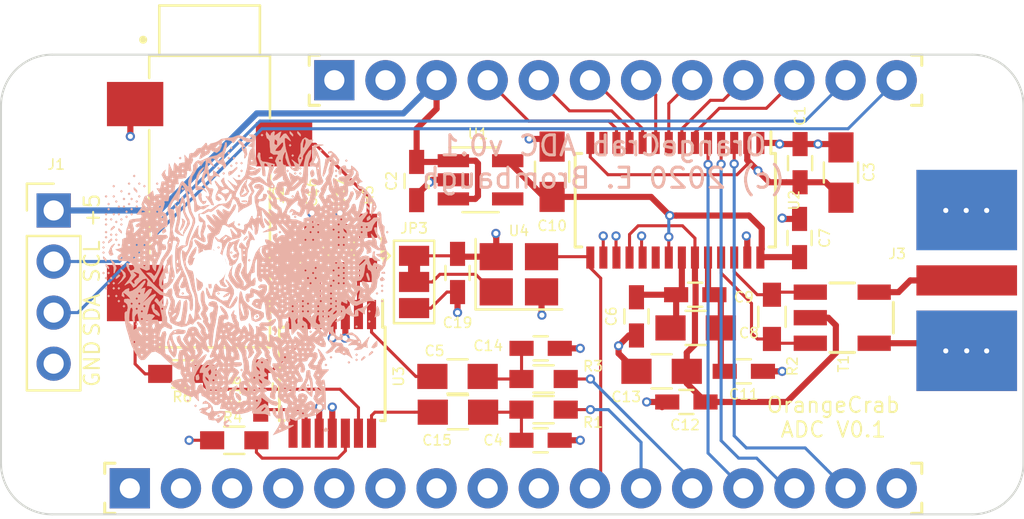
<source format=kicad_pcb>
(kicad_pcb (version 20171130) (host pcbnew 5.1.5-1.fc30)
  (layers (0 F.Cu signal) (1 In1.Cu signal) (2 In2.Cu signal) (31 B.Cu signal) (34 B.Paste user) (35 F.Paste user) (36 B.SilkS user hide) (37 F.SilkS user) (38 B.Mask user) (39 F.Mask user) (44 Edge.Cuts user))
  (net 0 "")
  (net 1 GND)
  (net 2 +3V3)
  (net 3 /VUSB)
  (net 4 "Net-(C4-Pad2)")
  (net 5 "Net-(C5-Pad1)")
  (net 6 "Net-(C6-Pad2)")
  (net 7 "Net-(C11-Pad2)")
  (net 8 "Net-(C12-Pad2)")
  (net 9 /SDA)
  (net 10 "Net-(J3-Pad1)")
  (net 11 /D5)
  (net 12 /D6)
  (net 13 /D9)
  (net 14 /D12)
  (net 15 /D11)
  (net 16 /D10)
  (net 17 /D13)
  (net 18 /EN)
  (net 19 /VBAT)
  (net 20 /A1)
  (net 21 /A0)
  (net 22 /A2)
  (net 23 /A3)
  (net 24 /A4)
  (net 25 /MOSI)
  (net 26 /SCK)
  (net 27 /A5)
  (net 28 /MISO)
  (net 29 /D0)
  (net 30 /D1)
  (net 31 /AREF)
  (net 32 /~RESET)
  (net 33 "Net-(R2-Pad2)")
  (net 34 "Net-(U1-Pad4)")
  (net 35 "Net-(U2-Pad20)")
  (net 36 "Net-(U2-Pad13)")
  (net 37 "Net-(R2-Pad1)")
  (net 38 "Net-(C14-Pad1)")
  (net 39 "Net-(C15-Pad2)")
  (net 40 "Net-(C16-Pad1)")
  (net 41 "Net-(C18-Pad2)")
  (net 42 "Net-(C18-Pad1)")
  (net 43 "Net-(J2-Pad2)")
  (net 44 "Net-(J2-Pad3)")
  (net 45 "Net-(R4-Pad1)")
  (net 46 "Net-(R5-Pad2)")
  (net 47 "Net-(R6-Pad2)")
  (net 48 "Net-(U3-Pad8)")
  (net 49 "Net-(U3-Pad7)")
  (net 50 "Net-(JP3-Pad2)")
  (net 51 /SCL)
  (net 52 /+3.3VA)
  (module footprints:ea (layer B.Cu) (at 190.881 64.643)
    (fp_text reference G*** hide)
    (fp_text value LOGO hide)
  )
  (module TO_SOT_Packages_SMD:SOT-23-5_HandSoldering (layer F.Cu) (at 201.549 59.563)
    (fp_text reference U1 (at -0.127 -2.286) (layer F.SilkS) (effects (font (size 0.508 0.508) (thickness 0.0762))))
    (fp_text value MCP1802)
    (pad 5 smd rect (at 1.35 -0.95) (size 1.56 0.65) (layers F.Cu F.Paste F.Mask) (net 52 /+3.3VA))
    (pad 4 smd rect (at 1.35 0.95) (size 1.56 0.65) (layers F.Cu F.Paste F.Mask) (net 34 "Net-(U1-Pad4)"))
    (pad 3 smd rect (at -1.35 0.95) (size 1.56 0.65) (layers F.Cu F.Paste F.Mask) (net 3 /VUSB))
    (pad 2 smd rect (at -1.35 0) (size 1.56 0.65) (layers F.Cu F.Paste F.Mask) (net 1 GND))
    (pad 1 smd rect (at -1.35 -0.95) (size 1.56 0.65) (layers F.Cu F.Paste F.Mask) (net 3 /VUSB))
  )
  (module Capacitors_SMD:C_0805_HandSoldering (layer F.Cu) (at 205.105 59.162 270)
    (fp_text reference C10 (at 2.687 0 180) (layer F.SilkS) (effects (font (size 0.508 0.508) (thickness 0.0762))))
    (fp_text value 10uf)
    (pad 2 smd rect (at 1.25 0 270) (size 1.5 1.25) (layers F.Cu F.Paste F.Mask) (net 52 /+3.3VA))
    (pad 1 smd rect (at -1.25 0 270) (size 1.5 1.25) (layers F.Cu F.Paste F.Mask) (net 1 GND))
  )
  (module Capacitors_SMD:C_0603_HandSoldering (layer F.Cu) (at 198.374 59.624 90)
    (fp_text reference C2 (at 0 -1.25 90) (layer F.SilkS) (effects (font (size 0.508 0.508) (thickness 0.0762))))
    (fp_text value 1uf)
    (pad 1 smd rect (at -0.95 0 90) (size 1.2 0.75) (layers F.Cu F.Paste F.Mask) (net 1 GND))
    (pad 2 smd rect (at 0.95 0 90) (size 1.2 0.75) (layers F.Cu F.Paste F.Mask) (net 3 /VUSB))
  )
  (module Capacitors_SMD:C_0805_HandSoldering (layer F.Cu) (at 200.426 71.12)
    (fp_text reference C5 (at -1.163 -3.048) (layer F.SilkS) (effects (font (size 0.508 0.508) (thickness 0.0762))))
    (fp_text value 10uf)
    (pad 1 smd rect (at -1.25 0) (size 1.5 1.25) (layers F.Cu F.Paste F.Mask) (net 5 "Net-(C5-Pad1)"))
    (pad 2 smd rect (at 1.25 0) (size 1.5 1.25) (layers F.Cu F.Paste F.Mask) (net 4 "Net-(C4-Pad2)"))
  )
  (module Capacitors_SMD:C_0603_HandSoldering (layer F.Cu) (at 204.531 72.517 180)
    (fp_text reference C4 (at 2.347 0) (layer F.SilkS) (effects (font (size 0.508 0.508) (thickness 0.0762))))
    (fp_text value 0.1uf)
    (pad 2 smd rect (at 0.95 0 180) (size 1.2 0.75) (layers F.Cu F.Paste F.Mask) (net 4 "Net-(C4-Pad2)"))
    (pad 1 smd rect (at -0.95 0 180) (size 1.2 0.75) (layers F.Cu F.Paste F.Mask) (net 1 GND))
  )
  (module Capacitors_SMD:C_0805_HandSoldering (layer F.Cu) (at 200.406 69.342 180)
    (fp_text reference C15 (at 1.016 -3.175) (layer F.SilkS) (effects (font (size 0.508 0.508) (thickness 0.0762))))
    (fp_text value 10uf)
    (pad 2 smd rect (at 1.25 0 180) (size 1.5 1.25) (layers F.Cu F.Paste F.Mask) (net 39 "Net-(C15-Pad2)"))
    (pad 1 smd rect (at -1.25 0 180) (size 1.5 1.25) (layers F.Cu F.Paste F.Mask) (net 38 "Net-(C14-Pad1)"))
  )
  (module Capacitors_SMD:C_0603_HandSoldering (layer F.Cu) (at 204.536 67.945)
    (fp_text reference C14 (at -2.606 -0.127) (layer F.SilkS) (effects (font (size 0.508 0.508) (thickness 0.0762))))
    (fp_text value 0.1uf)
    (pad 1 smd rect (at -0.95 0) (size 1.2 0.75) (layers F.Cu F.Paste F.Mask) (net 38 "Net-(C14-Pad1)"))
    (pad 2 smd rect (at 0.95 0) (size 1.2 0.75) (layers F.Cu F.Paste F.Mask) (net 1 GND))
  )
  (module Resistors_SMD:R_0603_HandSoldering (layer F.Cu) (at 204.681 69.469)
    (fp_text reference R3 (at 2.456 -0.635) (layer F.SilkS) (effects (font (size 0.508 0.508) (thickness 0.0762))))
    (fp_text value 100)
    (pad 2 smd rect (at 1.1 0) (size 1.2 0.9) (layers F.Cu F.Paste F.Mask) (net 25 /MOSI))
    (pad 1 smd rect (at -1.1 0) (size 1.2 0.9) (layers F.Cu F.Paste F.Mask) (net 38 "Net-(C14-Pad1)"))
  )
  (module Resistors_SMD:R_0603_HandSoldering (layer F.Cu) (at 204.681 70.993)
    (fp_text reference R1 (at 2.456 0.635) (layer F.SilkS) (effects (font (size 0.508 0.508) (thickness 0.0762))))
    (fp_text value 100)
    (pad 2 smd rect (at 1.1 0) (size 1.2 0.9) (layers F.Cu F.Paste F.Mask) (net 26 /SCK))
    (pad 1 smd rect (at -1.1 0) (size 1.2 0.9) (layers F.Cu F.Paste F.Mask) (net 4 "Net-(C4-Pad2)"))
  )
  (module CUI_SJ-3523-SMT-TR (layer F.Cu) (at 188.087 56.896 270)
    (fp_text reference J2 (at 3.429 -3.429 90) (layer F.SilkS) (effects (font (size 0.508 0.508) (thickness 0.0762))))
    (fp_text value SJ-3523-SMT-TR)
    (pad None np_thru_hole circle (at 0 0 270) (size 1.7 1.7) (drill 1.7) (layers *.Cu *.Mask))
    (pad 3 smd rect (at 0.9 -3.7 270) (size 2.2 2.8) (layers F.Cu F.Paste F.Mask) (net 44 "Net-(J2-Pad3)"))
    (pad 1 smd rect (at -1.1 3.7 270) (size 2.2 2.8) (layers F.Cu F.Paste F.Mask) (net 1 GND))
    (pad 2 smd rect (at 8.3 3.7 270) (size 2.8 2.8) (layers F.Cu F.Paste F.Mask) (net 43 "Net-(J2-Pad2)"))
    (pad None np_thru_hole circle (at 7 0 270) (size 1.7 1.7) (drill 1.7) (layers *.Cu *.Mask))
  )
  (module Capacitors_SMD:C_0603_HandSoldering (layer F.Cu) (at 209.296 66.355 90)
    (fp_text reference C6 (at 0 -1.25 90) (layer F.SilkS) (effects (font (size 0.508 0.508) (thickness 0.0762))))
    (fp_text value 0.1uf)
    (pad 2 smd rect (at 0.95 0 90) (size 1.2 0.75) (layers F.Cu F.Paste F.Mask) (net 6 "Net-(C6-Pad2)"))
    (pad 1 smd rect (at -0.95 0 90) (size 1.2 0.75) (layers F.Cu F.Paste F.Mask) (net 1 GND))
  )
  (module Capacitors_SMD:C_0603_HandSoldering (layer F.Cu) (at 217.424 58.735 270)
    (fp_text reference C1 (at -2.347 0 90) (layer F.SilkS) (effects (font (size 0.508 0.508) (thickness 0.0762))))
    (fp_text value 0.1uf)
    (pad 1 smd rect (at -0.95 0 270) (size 1.2 0.75) (layers F.Cu F.Paste F.Mask) (net 1 GND))
    (pad 2 smd rect (at 0.95 0 270) (size 1.2 0.75) (layers F.Cu F.Paste F.Mask) (net 2 +3V3))
  )
  (module Capacitors_SMD:C_0805_HandSoldering (layer F.Cu) (at 219.456 59.202 270)
    (fp_text reference C3 (at -0.02 -1.397 90) (layer F.SilkS) (effects (font (size 0.508 0.508) (thickness 0.0762))))
    (fp_text value 10uf)
    (pad 2 smd rect (at 1.25 0 270) (size 1.5 1.25) (layers F.Cu F.Paste F.Mask) (net 2 +3V3))
    (pad 1 smd rect (at -1.25 0 270) (size 1.5 1.25) (layers F.Cu F.Paste F.Mask) (net 1 GND))
  )
  (module Capacitors_SMD:C_0603_HandSoldering (layer F.Cu) (at 217.3986 62.4586 270)
    (fp_text reference C7 (at 0 -1.25 90) (layer F.SilkS) (effects (font (size 0.508 0.508) (thickness 0.0762))))
    (fp_text value 0.1uf)
    (pad 2 smd rect (at 0.95 0 270) (size 1.2 0.75) (layers F.Cu F.Paste F.Mask) (net 52 /+3.3VA))
    (pad 1 smd rect (at -0.95 0 270) (size 1.2 0.75) (layers F.Cu F.Paste F.Mask) (net 1 GND))
  )
  (module Capacitors_SMD:C_0805_HandSoldering (layer F.Cu) (at 212.237 66.929 180)
    (fp_text reference C8 (at -2.647 -0.254) (layer F.SilkS) (effects (font (size 0.508 0.508) (thickness 0.0762))))
    (fp_text value 10uf)
    (pad 1 smd rect (at -1.25 0 180) (size 1.5 1.25) (layers F.Cu F.Paste F.Mask) (net 7 "Net-(C11-Pad2)"))
    (pad 2 smd rect (at 1.25 0 180) (size 1.5 1.25) (layers F.Cu F.Paste F.Mask) (net 6 "Net-(C6-Pad2)"))
  )
  (module Capacitors_SMD:C_0603_HandSoldering (layer F.Cu) (at 212.217 65.278 180)
    (fp_text reference C9 (at -2.413 -0.127) (layer F.SilkS) (effects (font (size 0.508 0.508) (thickness 0.0762))))
    (fp_text value 0.1uf)
    (pad 1 smd rect (at -0.95 0 180) (size 1.2 0.75) (layers F.Cu F.Paste F.Mask) (net 7 "Net-(C11-Pad2)"))
    (pad 2 smd rect (at 0.95 0 180) (size 1.2 0.75) (layers F.Cu F.Paste F.Mask) (net 6 "Net-(C6-Pad2)"))
  )
  (module Capacitors_SMD:C_0603_HandSoldering (layer F.Cu) (at 214.63 69.088 180)
    (fp_text reference C11 (at 0 -1.143) (layer F.SilkS) (effects (font (size 0.508 0.508) (thickness 0.0762))))
    (fp_text value 0.1uf)
    (pad 2 smd rect (at 0.95 0 180) (size 1.2 0.75) (layers F.Cu F.Paste F.Mask) (net 7 "Net-(C11-Pad2)"))
    (pad 1 smd rect (at -0.95 0 180) (size 1.2 0.75) (layers F.Cu F.Paste F.Mask) (net 1 GND))
  )
  (module Capacitors_SMD:C_0603_HandSoldering (layer F.Cu) (at 211.775 70.612)
    (fp_text reference C12 (at -0.066 1.143) (layer F.SilkS) (effects (font (size 0.508 0.508) (thickness 0.0762))))
    (fp_text value 0.1uf)
    (pad 1 smd rect (at -0.95 0) (size 1.2 0.75) (layers F.Cu F.Paste F.Mask) (net 1 GND))
    (pad 2 smd rect (at 0.95 0) (size 1.2 0.75) (layers F.Cu F.Paste F.Mask) (net 8 "Net-(C12-Pad2)"))
  )
  (module Capacitors_SMD:C_0805_HandSoldering (layer F.Cu) (at 210.546 69.088)
    (fp_text reference C13 (at -1.758 1.27) (layer F.SilkS) (effects (font (size 0.508 0.508) (thickness 0.0762))))
    (fp_text value 10uf)
    (pad 2 smd rect (at 1.25 0) (size 1.5 1.25) (layers F.Cu F.Paste F.Mask) (net 8 "Net-(C12-Pad2)"))
    (pad 1 smd rect (at -1.25 0) (size 1.5 1.25) (layers F.Cu F.Paste F.Mask) (net 1 GND))
  )
  (module Pin_Headers:Pin_Header_Straight_1x04_Pitch2.54mm (layer F.Cu) (at 180.34 61.087)
    (fp_text reference J1 (at 0.127 -2.286) (layer F.SilkS) (effects (font (size 0.508 0.508) (thickness 0.0762))))
    (fp_text value Conn_01x04)
    (pad 4 thru_hole oval (at 0 7.62) (size 1.7 1.7) (drill 1) (layers *.Cu *.Mask) (net 1 GND))
    (pad 3 thru_hole oval (at 0 5.08) (size 1.7 1.7) (drill 1) (layers *.Cu *.Mask) (net 9 /SDA))
    (pad 2 thru_hole oval (at 0 2.54) (size 1.7 1.7) (drill 1) (layers *.Cu *.Mask) (net 51 /SCL))
    (pad 1 thru_hole rect (at 0 0) (size 1.7 1.7) (drill 1) (layers *.Cu *.Mask) (net 3 /VUSB))
  )
  (module footprints:SMA_END (layer F.Cu) (at 225.7044 64.5668)
    (fp_text reference J3 (at -3.4544 -1.3208) (layer F.SilkS) (effects (font (size 0.508 0.508) (thickness 0.0762))))
    (fp_text value SMA)
    (pad 2 smd rect (at 0 3.5) (size 5 4) (layers F.Cu F.Paste F.Mask) (net 1 GND))
    (pad 2 smd rect (at 0 -3.5) (size 5 4) (layers F.Cu F.Paste F.Mask) (net 1 GND))
    (pad 2 smd rect (at 0 3.5) (size 5 4) (layers B.Cu B.Mask) (net 1 GND))
    (pad 2 smd rect (at 0 -3.5) (size 5 4) (layers B.Cu B.Mask) (net 1 GND))
    (pad 1 smd rect (at 0 0) (size 5 1.5) (layers F.Cu F.Paste F.Mask) (net 10 "Net-(J3-Pad1)"))
  )
  (module Adafruit_FeatherWing:Conn_PinHeader_1x12 (layer F.Cu) (at 208.2546 54.61)
    (fp_text reference JP1)
    (fp_text value PinHeader_01x12_2.54mm)
    (pad 11 thru_hole circle (at 11.43 0) (size 2 2) (drill 1) (layers *.Cu *.Mask) (net 51 /SCL))
    (pad 12 thru_hole circle (at 13.97 0) (size 2 2) (drill 1) (layers *.Cu *.Mask) (net 9 /SDA))
    (pad 10 thru_hole circle (at 8.89 0) (size 2 2) (drill 1) (layers *.Cu *.Mask) (net 11 /D5))
    (pad 9 thru_hole circle (at 6.35 0) (size 2 2) (drill 1) (layers *.Cu *.Mask) (net 12 /D6))
    (pad 8 thru_hole circle (at 3.81 0) (size 2 2) (drill 1) (layers *.Cu *.Mask) (net 13 /D9))
    (pad 5 thru_hole circle (at -3.81 0) (size 2 2) (drill 1) (layers *.Cu *.Mask) (net 14 /D12))
    (pad 6 thru_hole circle (at -1.27 0) (size 2 2) (drill 1) (layers *.Cu *.Mask) (net 15 /D11))
    (pad 7 thru_hole circle (at 1.27 0) (size 2 2) (drill 1) (layers *.Cu *.Mask) (net 16 /D10))
    (pad 4 thru_hole circle (at -6.35 0) (size 2 2) (drill 1) (layers *.Cu *.Mask) (net 17 /D13))
    (pad 3 thru_hole circle (at -8.89 0) (size 2 2) (drill 1) (layers *.Cu *.Mask) (net 3 /VUSB))
    (pad 2 thru_hole circle (at -11.43 0) (size 2 2) (drill 1) (layers *.Cu *.Mask) (net 18 /EN))
    (pad 1 thru_hole rect (at -13.97 0) (size 2 2) (drill 1) (layers *.Cu *.Mask) (net 19 /VBAT))
  )
  (module Adafruit_FeatherWing:Conn_PinHeader_1x16 (layer F.Cu) (at 203.1746 74.9046)
    (fp_text reference JP2)
    (fp_text value PinHeader_01x16_2.54mm)
    (pad 11 thru_hole circle (at 6.35 0) (size 2 2) (drill 1) (layers *.Cu *.Mask) (net 26 /SCK))
    (pad 12 thru_hole circle (at 8.89 0) (size 2 2) (drill 1) (layers *.Cu *.Mask) (net 25 /MOSI))
    (pad 10 thru_hole circle (at 3.81 0) (size 2 2) (drill 1) (layers *.Cu *.Mask) (net 27 /A5))
    (pad 9 thru_hole circle (at 1.27 0) (size 2 2) (drill 1) (layers *.Cu *.Mask) (net 24 /A4))
    (pad 8 thru_hole circle (at -1.27 0) (size 2 2) (drill 1) (layers *.Cu *.Mask) (net 23 /A3))
    (pad 5 thru_hole circle (at -8.89 0) (size 2 2) (drill 1) (layers *.Cu *.Mask) (net 21 /A0))
    (pad 6 thru_hole circle (at -6.35 0) (size 2 2) (drill 1) (layers *.Cu *.Mask) (net 20 /A1))
    (pad 7 thru_hole circle (at -3.81 0) (size 2 2) (drill 1) (layers *.Cu *.Mask) (net 22 /A2))
    (pad 4 thru_hole circle (at -11.43 0) (size 2 2) (drill 1) (layers *.Cu *.Mask) (net 1 GND))
    (pad 3 thru_hole circle (at -13.97 0) (size 2 2) (drill 1) (layers *.Cu *.Mask) (net 31 /AREF))
    (pad 2 thru_hole circle (at -16.51 0) (size 2 2) (drill 1) (layers *.Cu *.Mask) (net 2 +3V3))
    (pad 1 thru_hole rect (at -19.05 0) (size 2 2) (drill 1) (layers *.Cu *.Mask) (net 32 /~RESET))
    (pad 13 thru_hole circle (at 11.43 0) (size 2 2) (drill 1) (layers *.Cu *.Mask) (net 28 /MISO))
    (pad 14 thru_hole circle (at 13.97 0) (size 2 2) (drill 1) (layers *.Cu *.Mask) (net 29 /D0))
    (pad 15 thru_hole circle (at 16.51 0) (size 2 2) (drill 1) (layers *.Cu *.Mask) (net 30 /D1))
    (pad 16 thru_hole circle (at 19.05 0) (size 2 2) (drill 1) (layers *.Cu *.Mask) (net 1 GND))
  )
  (module Resistors_SMD:R_0603_HandSoldering (layer F.Cu) (at 216.027 66.378 90)
    (fp_text reference R2 (at -2.456 1.016 90) (layer F.SilkS) (effects (font (size 0.508 0.508) (thickness 0.0762))))
    (fp_text value 50)
    (pad 1 smd rect (at -1.1 0 90) (size 1.2 0.9) (layers F.Cu F.Paste F.Mask) (net 37 "Net-(R2-Pad1)"))
    (pad 2 smd rect (at 1.1 0 90) (size 1.2 0.9) (layers F.Cu F.Paste F.Mask) (net 33 "Net-(R2-Pad2)"))
  )
  (module footprints:Pulse_SMD_Balun (layer F.Cu) (at 219.5195 66.421 270)
    (fp_text reference T1 (at 2.286 -0.0635 90) (layer F.SilkS) (effects (font (size 0.508 0.508) (thickness 0.0762))))
    (fp_text value TRANSFO4)
    (pad 5 smd rect (at -1.27 -1.5875 270) (size 0.762 1.651) (layers F.Cu F.Paste F.Mask) (net 10 "Net-(J3-Pad1)"))
    (pad 4 smd rect (at 1.27 -1.5875 270) (size 0.762 1.651) (layers F.Cu F.Paste F.Mask) (net 1 GND))
    (pad 1 smd rect (at -1.27 1.5875 270) (size 0.762 1.651) (layers F.Cu F.Paste F.Mask) (net 33 "Net-(R2-Pad2)"))
    (pad 3 smd rect (at 1.27 1.5875 270) (size 0.762 1.651) (layers F.Cu F.Paste F.Mask) (net 37 "Net-(R2-Pad1)"))
    (pad 2 smd rect (at 0 1.5875 270) (size 0.762 1.651) (layers F.Cu F.Paste F.Mask) (net 8 "Net-(C12-Pad2)"))
  )
  (module Housings_SSOP:TSSOP-28_4.4x9.7mm_Pitch0.65mm (layer F.Cu) (at 211.2264 60.579 270)
    (fp_text reference U2 (at 0 -5.9 90) (layer F.SilkS) (effects (font (size 0.508 0.508) (thickness 0.0762))))
    (fp_text value AD9203)
    (pad 28 smd rect (at 2.85 -4.225 270) (size 1.1 0.4) (layers F.Cu F.Paste F.Mask) (net 52 /+3.3VA))
    (pad 27 smd rect (at 2.85 -3.575 270) (size 1.1 0.4) (layers F.Cu F.Paste F.Mask) (net 1 GND))
    (pad 26 smd rect (at 2.85 -2.925 270) (size 1.1 0.4) (layers F.Cu F.Paste F.Mask) (net 33 "Net-(R2-Pad2)"))
    (pad 25 smd rect (at 2.85 -2.275 270) (size 1.1 0.4) (layers F.Cu F.Paste F.Mask) (net 37 "Net-(R2-Pad1)"))
    (pad 24 smd rect (at 2.85 -1.625 270) (size 1.1 0.4) (layers F.Cu F.Paste F.Mask) (net 7 "Net-(C11-Pad2)"))
    (pad 23 smd rect (at 2.85 -0.975 270) (size 1.1 0.4) (layers F.Cu F.Paste F.Mask) (net 8 "Net-(C12-Pad2)"))
    (pad 22 smd rect (at 2.85 -0.325 270) (size 1.1 0.4) (layers F.Cu F.Paste F.Mask) (net 6 "Net-(C6-Pad2)"))
    (pad 21 smd rect (at 2.85 0.325 270) (size 1.1 0.4) (layers F.Cu F.Paste F.Mask) (net 52 /+3.3VA))
    (pad 20 smd rect (at 2.85 0.975 270) (size 1.1 0.4) (layers F.Cu F.Paste F.Mask) (net 35 "Net-(U2-Pad20)"))
    (pad 19 smd rect (at 2.85 1.625 270) (size 1.1 0.4) (layers F.Cu F.Paste F.Mask) (net 1 GND))
    (pad 18 smd rect (at 2.85 2.275 270) (size 1.1 0.4) (layers F.Cu F.Paste F.Mask) (net 8 "Net-(C12-Pad2)"))
    (pad 17 smd rect (at 2.85 2.925 270) (size 1.1 0.4) (layers F.Cu F.Paste F.Mask) (net 1 GND))
    (pad 16 smd rect (at 2.85 3.575 270) (size 1.1 0.4) (layers F.Cu F.Paste F.Mask) (net 1 GND))
    (pad 15 smd rect (at 2.85 4.225 270) (size 1.1 0.4) (layers F.Cu F.Paste F.Mask) (net 27 /A5))
    (pad 14 smd rect (at -2.85 4.225 270) (size 1.1 0.4) (layers F.Cu F.Paste F.Mask) (net 2 +3V3))
    (pad 13 smd rect (at -2.85 3.575 270) (size 1.1 0.4) (layers F.Cu F.Paste F.Mask) (net 36 "Net-(U2-Pad13)"))
    (pad 12 smd rect (at -2.85 2.925 270) (size 1.1 0.4) (layers F.Cu F.Paste F.Mask) (net 17 /D13))
    (pad 11 smd rect (at -2.85 2.275 270) (size 1.1 0.4) (layers F.Cu F.Paste F.Mask) (net 14 /D12))
    (pad 10 smd rect (at -2.85 1.625 270) (size 1.1 0.4) (layers F.Cu F.Paste F.Mask) (net 15 /D11))
    (pad 9 smd rect (at -2.85 0.975 270) (size 1.1 0.4) (layers F.Cu F.Paste F.Mask) (net 16 /D10))
    (pad 8 smd rect (at -2.85 0.325 270) (size 1.1 0.4) (layers F.Cu F.Paste F.Mask) (net 13 /D9))
    (pad 7 smd rect (at -2.85 -0.325 270) (size 1.1 0.4) (layers F.Cu F.Paste F.Mask) (net 12 /D6))
    (pad 6 smd rect (at -2.85 -0.975 270) (size 1.1 0.4) (layers F.Cu F.Paste F.Mask) (net 11 /D5))
    (pad 5 smd rect (at -2.85 -1.625 270) (size 1.1 0.4) (layers F.Cu F.Paste F.Mask) (net 28 /MISO))
    (pad 4 smd rect (at -2.85 -2.275 270) (size 1.1 0.4) (layers F.Cu F.Paste F.Mask) (net 29 /D0))
    (pad 3 smd rect (at -2.85 -2.925 270) (size 1.1 0.4) (layers F.Cu F.Paste F.Mask) (net 30 /D1))
    (pad 2 smd rect (at -2.85 -3.575 270) (size 1.1 0.4) (layers F.Cu F.Paste F.Mask) (net 2 +3V3))
    (pad 1 smd rect (at -2.85 -4.225 270) (size 1.1 0.4) (layers F.Cu F.Paste F.Mask) (net 1 GND))
  )
  (module Capacitors_SMD:C_0603_HandSoldering (layer F.Cu) (at 193.167 63.312 90)
    (fp_text reference C16 (at 3.114 0 90) (layer F.SilkS) (effects (font (size 0.508 0.508) (thickness 0.0762))))
    (fp_text value 1uf)
    (pad 2 smd rect (at 0.95 0 90) (size 1.2 0.75) (layers F.Cu F.Paste F.Mask) (net 1 GND))
    (pad 1 smd rect (at -0.95 0 90) (size 1.2 0.75) (layers F.Cu F.Paste F.Mask) (net 40 "Net-(C16-Pad1)"))
  )
  (module Capacitors_SMD:C_0603_HandSoldering (layer F.Cu) (at 194.564 63.312 270)
    (fp_text reference C17 (at -3.114 0 90) (layer F.SilkS) (effects (font (size 0.508 0.508) (thickness 0.0762))))
    (fp_text value 1uf)
    (pad 1 smd rect (at -0.95 0 270) (size 1.2 0.75) (layers F.Cu F.Paste F.Mask) (net 1 GND))
    (pad 2 smd rect (at 0.95 0 270) (size 1.2 0.75) (layers F.Cu F.Paste F.Mask) (net 2 +3V3))
  )
  (module Capacitors_SMD:C_0603_HandSoldering (layer F.Cu) (at 190.627 70.043 90)
    (fp_text reference C18 (at 0 -1.25 90) (layer F.SilkS) (effects (font (size 0.508 0.508) (thickness 0.0762))))
    (fp_text value 1uf)
    (pad 2 smd rect (at 0.95 0 90) (size 1.2 0.75) (layers F.Cu F.Paste F.Mask) (net 41 "Net-(C18-Pad2)"))
    (pad 1 smd rect (at -0.95 0 90) (size 1.2 0.75) (layers F.Cu F.Paste F.Mask) (net 42 "Net-(C18-Pad1)"))
  )
  (module Resistors_SMD:R_0603_HandSoldering (layer F.Cu) (at 189.314 72.517 180)
    (fp_text reference R4 (at 0.084 1.143) (layer F.SilkS) (effects (font (size 0.508 0.508) (thickness 0.0762))))
    (fp_text value 82K)
    (pad 1 smd rect (at -1.1 0 180) (size 1.2 0.9) (layers F.Cu F.Paste F.Mask) (net 45 "Net-(R4-Pad1)"))
    (pad 2 smd rect (at 1.1 0 180) (size 1.2 0.9) (layers F.Cu F.Paste F.Mask) (net 1 GND))
  )
  (module Resistors_SMD:R_0603_HandSoldering (layer F.Cu) (at 195.961 62.949 270)
    (fp_text reference R5 (at -2.624 0 90) (layer F.SilkS) (effects (font (size 0.508 0.508) (thickness 0.0762))))
    (fp_text value 330)
    (pad 1 smd rect (at -1.1 0 270) (size 1.2 0.9) (layers F.Cu F.Paste F.Mask) (net 44 "Net-(J2-Pad3)"))
    (pad 2 smd rect (at 1.1 0 270) (size 1.2 0.9) (layers F.Cu F.Paste F.Mask) (net 46 "Net-(R5-Pad2)"))
  )
  (module Resistors_SMD:R_0603_HandSoldering (layer F.Cu) (at 186.733 69.215)
    (fp_text reference R6 (at 0 1.143) (layer F.SilkS) (effects (font (size 0.508 0.508) (thickness 0.0762))))
    (fp_text value 330)
    (pad 2 smd rect (at 1.1 0) (size 1.2 0.9) (layers F.Cu F.Paste F.Mask) (net 47 "Net-(R6-Pad2)"))
    (pad 1 smd rect (at -1.1 0) (size 1.2 0.9) (layers F.Cu F.Paste F.Mask) (net 43 "Net-(J2-Pad2)"))
  )
  (module Housings_SSOP:TSSOP-14_4.4x5mm_Pitch0.65mm (layer F.Cu) (at 194.183 69.215 270)
    (fp_text reference U3 (at 0.127 -3.302 90) (layer F.SilkS) (effects (font (size 0.508 0.508) (thickness 0.0762))))
    (fp_text value TPA6139A2)
    (pad 14 smd rect (at 2.95 -1.95 270) (size 1.45 0.45) (layers F.Cu F.Paste F.Mask) (net 5 "Net-(C5-Pad1)"))
    (pad 13 smd rect (at 2.95 -1.3 270) (size 1.45 0.45) (layers F.Cu F.Paste F.Mask) (net 47 "Net-(R6-Pad2)"))
    (pad 12 smd rect (at 2.95 -0.65 270) (size 1.45 0.45) (layers F.Cu F.Paste F.Mask) (net 45 "Net-(R4-Pad1)"))
    (pad 11 smd rect (at 2.95 0 270) (size 1.45 0.45) (layers F.Cu F.Paste F.Mask) (net 1 GND))
    (pad 10 smd rect (at 2.95 0.65 270) (size 1.45 0.45) (layers F.Cu F.Paste F.Mask) (net 2 +3V3))
    (pad 9 smd rect (at 2.95 1.3 270) (size 1.45 0.45) (layers F.Cu F.Paste F.Mask) (net 42 "Net-(C18-Pad1)"))
    (pad 8 smd rect (at 2.95 1.95 270) (size 1.45 0.45) (layers F.Cu F.Paste F.Mask) (net 48 "Net-(U3-Pad8)"))
    (pad 7 smd rect (at -2.95 1.95 270) (size 1.45 0.45) (layers F.Cu F.Paste F.Mask) (net 49 "Net-(U3-Pad7)"))
    (pad 6 smd rect (at -2.95 1.3 270) (size 1.45 0.45) (layers F.Cu F.Paste F.Mask) (net 41 "Net-(C18-Pad2)"))
    (pad 5 smd rect (at -2.95 0.65 270) (size 1.45 0.45) (layers F.Cu F.Paste F.Mask) (net 40 "Net-(C16-Pad1)"))
    (pad 4 smd rect (at -2.95 0 270) (size 1.45 0.45) (layers F.Cu F.Paste F.Mask) (net 2 +3V3))
    (pad 3 smd rect (at -2.95 -0.65 270) (size 1.45 0.45) (layers F.Cu F.Paste F.Mask) (net 1 GND))
    (pad 2 smd rect (at -2.95 -1.3 270) (size 1.45 0.45) (layers F.Cu F.Paste F.Mask) (net 46 "Net-(R5-Pad2)"))
    (pad 1 smd rect (at -2.95 -1.95 270) (size 1.45 0.45) (layers F.Cu F.Paste F.Mask) (net 39 "Net-(C15-Pad2)"))
  )
  (module Capacitors_SMD:C_0603_HandSoldering (layer F.Cu) (at 200.406 64.196 90)
    (fp_text reference C19 (at -2.474 0) (layer F.SilkS) (effects (font (size 0.508 0.508) (thickness 0.0762))))
    (fp_text value 0.1uf)
    (pad 2 smd rect (at 0.95 0 90) (size 1.2 0.75) (layers F.Cu F.Paste F.Mask) (net 2 +3V3))
    (pad 1 smd rect (at -0.95 0 90) (size 1.2 0.75) (layers F.Cu F.Paste F.Mask) (net 1 GND))
  )
  (module Oscillators:Oscillator_SMD_SeikoEpson_SG210-4pin_2.5x2.0mm_HandSoldering (layer F.Cu) (at 203.454 64.262)
    (fp_text reference U4 (at 0 -2.159) (layer F.SilkS) (effects (font (size 0.508 0.508) (thickness 0.0762))))
    (fp_text value XTAL_OSC_OE)
    (pad 4 smd rect (at -1.125 -0.875) (size 1.65 1.35) (layers F.Cu F.Paste F.Mask) (net 2 +3V3))
    (pad 3 smd rect (at 1.125 -0.875) (size 1.65 1.35) (layers F.Cu F.Paste F.Mask) (net 27 /A5))
    (pad 2 smd rect (at 1.125 0.875) (size 1.65 1.35) (layers F.Cu F.Paste F.Mask) (net 1 GND))
    (pad 1 smd rect (at -1.125 0.875) (size 1.65 1.35) (layers F.Cu F.Paste F.Mask) (net 50 "Net-(JP3-Pad2)"))
  )
  (module Jumper:SolderJumper-3_P1.3mm_Bridged12_Pad1.0x1.5mm (layer F.Cu) (at 198.247 64.643 270)
    (fp_text reference JP3 (at -2.667 0 180) (layer F.SilkS) (effects (font (size 0.508 0.508) (thickness 0.0762))))
    (fp_text value Jumper_3_Bridged12)
    (fp_poly (pts (xy -0.9 -0.3) (xy -0.4 -0.3) (xy -0.4 0.3) (xy -0.9 0.3)) (layer F.Cu) (width 0))
    (pad 1 smd rect (at -1.3 0 270) (size 1 1.5) (layers F.Cu F.Mask) (net 2 +3V3))
    (pad 3 smd rect (at 1.3 0 270) (size 1 1.5) (layers F.Cu F.Mask) (net 1 GND))
    (pad 2 smd rect (at 0 0 270) (size 1 1.5) (layers F.Cu F.Mask) (net 50 "Net-(JP3-Pad2)"))
  )
  (gr_text "OrangeCrab ADC v0.1\n(c) 2020 E. Brombaugh" (at 207.645 58.674) (layer B.SilkS) (effects (font (size 1 1)) (justify mirror)))
  (gr_text "OrangeCrab\nADC V0.1" (at 219.075 71.374) (layer F.SilkS) (effects (font (size 0.762 0.762) (thickness 0.1016))))
  (gr_text GND (at 182.245 68.707 90) (layer F.SilkS) (effects (font (size 0.762 0.762) (thickness 0.1016))))
  (gr_text SDA (at 182.245 66.294 90) (layer F.SilkS) (effects (font (size 0.762 0.762) (thickness 0.1016))))
  (gr_text SCL (at 182.245 63.627 90) (layer F.SilkS) (effects (font (size 0.762 0.762) (thickness 0.1016))))
  (gr_text +5 (at 182.245 61.087 90) (layer F.SilkS) (effects (font (size 0.762 0.762) (thickness 0.1016))))
  (gr_arc (start 225.9838 55.88) (end 225.9838 53.34) (angle 90) (layer Edge.Cuts) (width 0.1))
  (gr_arc (start 180.2638 55.88) (end 177.7238 55.88) (angle 90) (layer Edge.Cuts) (width 0.1))
  (gr_line (start 177.7238 55.88) (end 177.7238 73.66) (angle 90) (layer Edge.Cuts) (width 0.1))
  (gr_line (start 180.2638 76.2) (end 225.9838 76.2) (angle 90) (layer Edge.Cuts) (width 0.1))
  (gr_line (start 228.5238 73.66) (end 228.5238 55.88) (angle 90) (layer Edge.Cuts) (width 0.1))
  (gr_arc (start 225.9838 73.66) (end 228.5238 73.66) (angle 90) (layer Edge.Cuts) (width 0.1))
  (gr_line (start 225.9838 53.34) (end 180.2638 53.34) (angle 90) (layer Edge.Cuts) (width 0.1))
  (gr_arc (start 180.2638 73.66) (end 180.2638 76.2) (angle 90) (layer Edge.Cuts) (width 0.1))
  (via (at 226.695 68.072) (size 0.4572) (drill 0.254) (layers F.Cu B.Cu) (net 1))
  (via (at 224.663 68.072) (size 0.4572) (drill 0.254) (layers F.Cu B.Cu) (net 1))
  (via (at 224.663 61.087) (size 0.4572) (drill 0.254) (layers F.Cu B.Cu) (net 1))
  (via (at 226.695 61.087) (size 0.4572) (drill 0.254) (layers F.Cu B.Cu) (net 1))
  (via (at 225.679 61.087) (size 0.4572) (drill 0.254) (layers F.Cu B.Cu) (net 1))
  (via (at 216.408 57.785) (size 0.4572) (drill 0.254) (layers F.Cu B.Cu) (net 1))
  (segment (start 216.352 57.729) (end 216.408 57.785) (width 0.3048) (layer F.Cu) (net 1))
  (segment (start 215.4514 57.729) (end 216.352 57.729) (width 0.3048) (layer F.Cu) (net 1))
  (segment (start 216.408 57.785) (end 217.424 57.785) (width 0.3048) (layer F.Cu) (net 1))
  (segment (start 210.566 70.871) (end 210.825 70.612) (width 0.3048) (layer F.Cu) (net 1))
  (via (at 216.535 69.088) (size 0.4572) (drill 0.254) (layers F.Cu B.Cu) (net 1))
  (segment (start 224.6578 68.0668) (end 225.7044 68.0668) (width 0.3048) (layer F.Cu) (net 1))
  (segment (start 224.282 67.691) (end 224.6578 68.0668) (width 0.3048) (layer F.Cu) (net 1))
  (segment (start 221.107 67.691) (end 224.282 67.691) (width 0.3048) (layer F.Cu) (net 1))
  (via (at 207.645 62.357) (size 0.4572) (drill 0.254) (layers F.Cu B.Cu) (net 1))
  (via (at 208.28 62.357) (size 0.4572) (drill 0.254) (layers F.Cu B.Cu) (net 1))
  (via (at 209.55 62.357) (size 0.4572) (drill 0.254) (layers F.Cu B.Cu) (net 1))
  (segment (start 207.645 63.4226) (end 207.6514 63.429) (width 0.1524) (layer F.Cu) (net 1))
  (segment (start 207.645 62.357) (end 207.645 63.4226) (width 0.1524) (layer F.Cu) (net 1))
  (segment (start 208.28 63.4076) (end 208.3014 63.429) (width 0.1524) (layer F.Cu) (net 1))
  (segment (start 208.28 62.357) (end 208.28 63.4076) (width 0.1524) (layer F.Cu) (net 1))
  (segment (start 209.55 63.3776) (end 209.6014 63.429) (width 0.1524) (layer F.Cu) (net 1))
  (segment (start 209.55 62.357) (end 209.55 63.3776) (width 0.1524) (layer F.Cu) (net 1))
  (segment (start 219.289 57.785) (end 219.456 57.952) (width 0.3048) (layer F.Cu) (net 1))
  (segment (start 217.424 57.785) (end 218.313 57.785) (width 0.3048) (layer F.Cu) (net 1))
  (segment (start 225.7044 68.0668) (end 225.7044 68.0668) (width 0.3048) (layer F.Cu) (net 1))
  (via (at 225.7044 68.0668) (size 0.4572) (drill 0.254) (layers F.Cu B.Cu) (net 1))
  (via (at 214.756998 62.357) (size 0.4572) (drill 0.254) (layers F.Cu B.Cu) (net 1))
  (segment (start 214.8014 62.401402) (end 214.756998 62.357) (width 0.3048) (layer F.Cu) (net 1))
  (segment (start 214.8014 63.429) (end 214.8014 62.401402) (width 0.3048) (layer F.Cu) (net 1))
  (via (at 216.535 61.468) (size 0.4572) (drill 0.254) (layers F.Cu B.Cu) (net 1))
  (segment (start 216.5756 61.5086) (end 216.535 61.468) (width 0.3048) (layer F.Cu) (net 1))
  (segment (start 217.3986 61.5086) (end 216.5756 61.5086) (width 0.3048) (layer F.Cu) (net 1))
  (via (at 208.407 67.818) (size 0.4572) (drill 0.254) (layers F.Cu B.Cu) (net 1))
  (segment (start 208.92 67.305) (end 208.407 67.818) (width 0.3048) (layer F.Cu) (net 1))
  (segment (start 209.296 67.305) (end 208.92 67.305) (width 0.3048) (layer F.Cu) (net 1))
  (segment (start 208.407 68.199) (end 209.296 69.088) (width 0.3048) (layer F.Cu) (net 1))
  (segment (start 208.407 67.818) (end 208.407 68.199) (width 0.3048) (layer F.Cu) (net 1))
  (segment (start 215.58 69.088) (end 216.535 69.088) (width 0.3048) (layer F.Cu) (net 1))
  (segment (start 210.825 70.612) (end 209.804 70.612) (width 0.3048) (layer F.Cu) (net 1))
  (segment (start 209.804 70.612) (end 209.804 70.612) (width 0.3048) (layer F.Cu) (net 1))
  (via (at 209.804 70.612) (size 0.4572) (drill 0.254) (layers F.Cu B.Cu) (net 1))
  (segment (start 218.313 57.785) (end 219.289 57.785) (width 0.3048) (layer F.Cu) (net 1))
  (via (at 218.313 57.785) (size 0.4572) (drill 0.254) (layers F.Cu B.Cu) (net 1))
  (segment (start 205.481 72.517) (end 206.502 72.517) (width 0.3048) (layer F.Cu) (net 1))
  (via (at 206.502 72.517) (size 0.4572) (drill 0.254) (layers F.Cu B.Cu) (net 1))
  (via (at 206.502 67.945) (size 0.4572) (drill 0.254) (layers F.Cu B.Cu) (net 1))
  (segment (start 205.486 67.945) (end 206.502 67.945) (width 0.3048) (layer F.Cu) (net 1))
  (via (at 194.818 67.437) (size 0.4572) (drill 0.254) (layers F.Cu B.Cu) (net 1))
  (segment (start 194.833 67.422) (end 194.818 67.437) (width 0.1524) (layer F.Cu) (net 1))
  (segment (start 194.833 66.265) (end 194.833 67.422) (width 0.3048) (layer F.Cu) (net 1))
  (via (at 194.183 70.866) (size 0.4572) (drill 0.254) (layers F.Cu B.Cu) (net 1))
  (via (at 187.071 72.517) (size 0.4572) (drill 0.254) (layers F.Cu B.Cu) (net 1))
  (segment (start 188.214 72.517) (end 187.071 72.517) (width 0.1524) (layer F.Cu) (net 1))
  (via (at 193.167 61.214) (size 0.4572) (drill 0.254) (layers F.Cu B.Cu) (net 1))
  (segment (start 193.167 61.214) (end 193.167 62.362) (width 0.1524) (layer F.Cu) (net 1))
  (via (at 194.564 61.214) (size 0.4572) (drill 0.254) (layers F.Cu B.Cu) (net 1))
  (segment (start 194.564 62.362) (end 194.564 61.214) (width 0.3048) (layer F.Cu) (net 1))
  (via (at 184.15 57.404) (size 0.4572) (drill 0.254) (layers F.Cu B.Cu) (net 1))
  (segment (start 184.15 56.033) (end 184.387 55.796) (width 0.1524) (layer F.Cu) (net 1))
  (segment (start 184.15 57.404) (end 184.15 56.033) (width 0.3048) (layer F.Cu) (net 1))
  (segment (start 194.183 72.165) (end 194.183 70.866) (width 0.3048) (layer F.Cu) (net 1))
  (segment (start 200.199 59.563) (end 199.136 59.563) (width 0.3048) (layer F.Cu) (net 1))
  (segment (start 199.136 59.563) (end 199.009 59.69) (width 0.3048) (layer F.Cu) (net 1))
  (segment (start 198.374 60.574) (end 198.374 60.325) (width 0.3048) (layer F.Cu) (net 1))
  (segment (start 198.374 60.325) (end 199.009 59.69) (width 0.3048) (layer F.Cu) (net 1))
  (via (at 199.009 59.69) (size 0.4572) (drill 0.254) (layers F.Cu B.Cu) (net 1))
  (via (at 203.962 57.531) (size 0.4572) (drill 0.254) (layers F.Cu B.Cu) (net 1))
  (segment (start 204.724 57.531) (end 205.105 57.912) (width 0.3048) (layer F.Cu) (net 1))
  (segment (start 203.962 57.531) (end 204.724 57.531) (width 0.3048) (layer F.Cu) (net 1))
  (via (at 200.406 66.167002) (size 0.4572) (drill 0.254) (layers F.Cu B.Cu) (net 1))
  (via (at 204.597 66.294) (size 0.4572) (drill 0.254) (layers F.Cu B.Cu) (net 1))
  (segment (start 204.579 66.276) (end 204.597 66.294) (width 0.3048) (layer F.Cu) (net 1))
  (segment (start 204.579 65.137) (end 204.579 66.276) (width 0.3048) (layer F.Cu) (net 1))
  (segment (start 199.0816 65.943) (end 198.247 65.943) (width 0.1524) (layer F.Cu) (net 1))
  (segment (start 199.8786 65.146) (end 199.0816 65.943) (width 0.1524) (layer F.Cu) (net 1))
  (segment (start 200.406 65.146) (end 199.8786 65.146) (width 0.1524) (layer F.Cu) (net 1))
  (segment (start 200.406 66.167002) (end 200.406 65.146) (width 0.3048) (layer F.Cu) (net 1))
  (segment (start 216.7442 59.685) (end 217.424 59.685) (width 0.3048) (layer F.Cu) (net 2))
  (segment (start 215.9026 59.685) (end 216.7442 59.685) (width 0.3048) (layer F.Cu) (net 2))
  (segment (start 214.8014 58.5838) (end 215.3323 59.1147) (width 0.3048) (layer F.Cu) (net 2))
  (segment (start 214.8014 57.729) (end 214.8014 58.5838) (width 0.3048) (layer F.Cu) (net 2))
  (segment (start 207.0014 58.4314) (end 207.879 59.309) (width 0.1524) (layer F.Cu) (net 2))
  (segment (start 207.0014 57.729) (end 207.0014 58.4314) (width 0.1524) (layer F.Cu) (net 2))
  (segment (start 214.8014 58.798258) (end 214.8014 58.5838) (width 0.1524) (layer F.Cu) (net 2))
  (segment (start 214.290658 59.309) (end 214.8014 58.798258) (width 0.1524) (layer F.Cu) (net 2))
  (segment (start 207.879 59.309) (end 214.290658 59.309) (width 0.1524) (layer F.Cu) (net 2))
  (segment (start 218.689 59.685) (end 219.456 60.452) (width 0.3048) (layer F.Cu) (net 2))
  (segment (start 217.424 59.685) (end 218.689 59.685) (width 0.3048) (layer F.Cu) (net 2))
  (segment (start 215.3323 59.1147) (end 215.9026 59.685) (width 0.3048) (layer F.Cu) (net 2))
  (via (at 215.3323 59.1147) (size 0.4572) (drill 0.254) (layers F.Cu B.Cu) (net 2))
  (segment (start 194.183 66.265) (end 194.183 67.437) (width 0.3048) (layer F.Cu) (net 2))
  (segment (start 194.183 67.437) (end 194.183 67.437) (width 0.1524) (layer F.Cu) (net 2))
  (via (at 194.183 67.437) (size 0.4572) (drill 0.254) (layers F.Cu B.Cu) (net 2))
  (segment (start 194.183 64.643) (end 194.564 64.262) (width 0.3048) (layer F.Cu) (net 2))
  (segment (start 194.183 66.265) (end 194.183 64.643) (width 0.3048) (layer F.Cu) (net 2))
  (segment (start 193.533 70.754) (end 193.533 70.754) (width 0.1524) (layer F.Cu) (net 2))
  (via (at 193.548 70.866) (size 0.4572) (drill 0.254) (layers F.Cu B.Cu) (net 2))
  (segment (start 193.533 70.881) (end 193.548 70.866) (width 0.3048) (layer F.Cu) (net 2))
  (segment (start 193.533 72.165) (end 193.533 70.881) (width 0.3048) (layer F.Cu) (net 2))
  (segment (start 202.329 62.4072) (end 202.311 62.3892) (width 0.3048) (layer F.Cu) (net 2))
  (segment (start 202.329 63.387) (end 202.329 62.4072) (width 0.3048) (layer F.Cu) (net 2))
  (segment (start 202.311 62.3892) (end 202.311 62.23) (width 0.3048) (layer F.Cu) (net 2))
  (segment (start 202.311 62.23) (end 202.311 62.23) (width 0.3048) (layer F.Cu) (net 2))
  (via (at 202.311 62.23) (size 0.4572) (drill 0.254) (layers F.Cu B.Cu) (net 2))
  (segment (start 200.547 63.387) (end 200.406 63.246) (width 0.3048) (layer F.Cu) (net 2))
  (segment (start 202.329 63.387) (end 200.547 63.387) (width 0.3048) (layer F.Cu) (net 2))
  (segment (start 200.309 63.343) (end 200.406 63.246) (width 0.1524) (layer F.Cu) (net 2))
  (segment (start 198.247 63.343) (end 200.309 63.343) (width 0.1524) (layer F.Cu) (net 2))
  (segment (start 197.713611 56.260989) (end 198.364601 55.609999) (width 0.3048) (layer B.Cu) (net 3))
  (segment (start 185.605104 61.087) (end 190.431115 56.260989) (width 0.3048) (layer B.Cu) (net 3))
  (segment (start 180.34 61.087) (end 185.605104 61.087) (width 0.3048) (layer B.Cu) (net 3))
  (segment (start 190.431115 56.260989) (end 197.713611 56.260989) (width 0.3048) (layer B.Cu) (net 3))
  (segment (start 198.364601 55.609999) (end 199.3646 54.61) (width 0.3048) (layer B.Cu) (net 3))
  (segment (start 198.374 58.674) (end 200.138 58.674) (width 0.3048) (layer F.Cu) (net 3))
  (segment (start 200.138 58.674) (end 200.199 58.613) (width 0.3048) (layer F.Cu) (net 3))
  (segment (start 198.374 58.899) (end 198.374 58.674) (width 0.3048) (layer F.Cu) (net 3))
  (segment (start 201.295 58.613) (end 200.199 58.613) (width 0.3048) (layer F.Cu) (net 3))
  (segment (start 201.422 58.7512) (end 201.295 58.613) (width 0.3048) (layer F.Cu) (net 3))
  (segment (start 200.199 60.513) (end 201.2838 60.513) (width 0.3048) (layer F.Cu) (net 3))
  (segment (start 201.422 60.3748) (end 201.422 58.7512) (width 0.3048) (layer F.Cu) (net 3))
  (segment (start 201.2838 60.513) (end 201.422 60.3748) (width 0.3048) (layer F.Cu) (net 3))
  (segment (start 199.3646 54.61) (end 199.3646 56.0324) (width 0.3048) (layer F.Cu) (net 3))
  (segment (start 198.374 57.023) (end 198.374 58.674) (width 0.3048) (layer F.Cu) (net 3))
  (segment (start 199.3646 56.0324) (end 198.374 57.023) (width 0.3048) (layer F.Cu) (net 3))
  (segment (start 201.656 71.12) (end 203.454 71.12) (width 0.1524) (layer F.Cu) (net 4))
  (segment (start 203.581 72.517) (end 203.581 71.9896) (width 0.1524) (layer F.Cu) (net 4))
  (segment (start 203.454 71.12) (end 203.581 70.993) (width 0.1524) (layer F.Cu) (net 4))
  (segment (start 203.581 71.9896) (end 203.581 70.993) (width 0.1524) (layer F.Cu) (net 4))
  (segment (start 198.2736 71.12) (end 199.176 71.12) (width 0.1524) (layer F.Cu) (net 5))
  (segment (start 196.3006 71.12) (end 198.2736 71.12) (width 0.1524) (layer F.Cu) (net 5))
  (segment (start 196.133 71.2876) (end 196.3006 71.12) (width 0.1524) (layer F.Cu) (net 5))
  (segment (start 196.133 72.165) (end 196.133 71.2876) (width 0.1524) (layer F.Cu) (net 5))
  (segment (start 211.5514 64.9936) (end 211.267 65.278) (width 0.3048) (layer F.Cu) (net 6))
  (segment (start 211.5514 63.429) (end 211.5514 64.9936) (width 0.3048) (layer F.Cu) (net 6))
  (segment (start 211.267 66.649) (end 210.987 66.929) (width 0.3048) (layer F.Cu) (net 6))
  (segment (start 211.267 65.278) (end 211.267 66.649) (width 0.3048) (layer F.Cu) (net 6))
  (segment (start 209.423 65.278) (end 209.296 65.405) (width 0.3048) (layer F.Cu) (net 6))
  (segment (start 211.267 65.278) (end 209.423 65.278) (width 0.3048) (layer F.Cu) (net 6))
  (segment (start 217.3986 63.4086) (end 215.4718 63.4086) (width 0.3048) (layer F.Cu) (net 52))
  (segment (start 215.4514 63.429) (end 215.4718 63.4086) (width 0.1524) (layer F.Cu) (net 52))
  (segment (start 210.9014 63.429) (end 210.9014 62.4026) (width 0.1524) (layer F.Cu) (net 52))
  (segment (start 210.9014 62.4026) (end 210.9014 62.4026) (width 0.1524) (layer F.Cu) (net 52))
  (via (at 210.9014 62.4026) (size 0.4572) (drill 0.254) (layers F.Cu B.Cu) (net 52))
  (via (at 210.947 61.341) (size 0.4572) (drill 0.254) (layers F.Cu B.Cu) (net 52))
  (segment (start 210.9014 61.3866) (end 210.947 61.341) (width 0.1524) (layer B.Cu) (net 52))
  (segment (start 210.9014 62.4026) (end 210.9014 61.3866) (width 0.1524) (layer B.Cu) (net 52))
  (segment (start 211.270289 61.341) (end 210.947 61.341) (width 0.3048) (layer F.Cu) (net 52))
  (segment (start 215.519 61.976) (end 214.884 61.341) (width 0.3048) (layer F.Cu) (net 52))
  (segment (start 215.4514 63.079) (end 215.519 63.0114) (width 0.3048) (layer F.Cu) (net 52))
  (segment (start 215.519 63.0114) (end 215.519 61.976) (width 0.3048) (layer F.Cu) (net 52))
  (segment (start 215.4514 63.429) (end 215.4514 63.079) (width 0.3048) (layer F.Cu) (net 52))
  (segment (start 214.884 61.341) (end 211.270289 61.341) (width 0.3048) (layer F.Cu) (net 52))
  (segment (start 210.018 60.412) (end 205.105 60.412) (width 0.3048) (layer F.Cu) (net 52))
  (segment (start 210.947 61.341) (end 210.018 60.412) (width 0.3048) (layer F.Cu) (net 52))
  (segment (start 204.698 60.412) (end 202.899 58.613) (width 0.3048) (layer F.Cu) (net 52))
  (segment (start 205.105 60.412) (end 204.698 60.412) (width 0.3048) (layer F.Cu) (net 52))
  (segment (start 212.8514 64.9624) (end 213.167 65.278) (width 0.3048) (layer F.Cu) (net 7))
  (segment (start 212.8514 63.429) (end 212.8514 64.9624) (width 0.3048) (layer F.Cu) (net 7))
  (segment (start 213.487 65.598) (end 213.167 65.278) (width 0.3048) (layer F.Cu) (net 7))
  (segment (start 213.487 66.929) (end 213.487 65.598) (width 0.3048) (layer F.Cu) (net 7))
  (segment (start 213.487 68.895) (end 213.68 69.088) (width 0.3048) (layer F.Cu) (net 7))
  (segment (start 213.487 66.929) (end 213.487 68.895) (width 0.3048) (layer F.Cu) (net 7))
  (segment (start 212.232801 65.896841) (end 212.232801 64.659159) (width 0.3048) (layer F.Cu) (net 8))
  (segment (start 212.2014 64.627758) (end 212.2014 63.429) (width 0.3048) (layer F.Cu) (net 8))
  (segment (start 212.232801 64.659159) (end 212.2014 64.627758) (width 0.3048) (layer F.Cu) (net 8))
  (segment (start 212.2014 65.928242) (end 212.232801 65.896841) (width 0.3048) (layer F.Cu) (net 8))
  (segment (start 212.2014 62.4684) (end 212.2014 63.429) (width 0.1524) (layer F.Cu) (net 8))
  (segment (start 211.582 61.849) (end 212.2014 62.4684) (width 0.1524) (layer F.Cu) (net 8))
  (segment (start 208.9514 63.429) (end 208.9514 62.278942) (width 0.1524) (layer F.Cu) (net 8))
  (segment (start 209.381342 61.849) (end 211.582 61.849) (width 0.1524) (layer F.Cu) (net 8))
  (segment (start 208.9514 62.278942) (end 209.381342 61.849) (width 0.1524) (layer F.Cu) (net 8))
  (segment (start 211.796 69.683) (end 212.725 70.612) (width 0.3048) (layer F.Cu) (net 8))
  (segment (start 211.796 69.088) (end 211.796 69.683) (width 0.3048) (layer F.Cu) (net 8))
  (segment (start 212.2014 67.7528) (end 212.2014 65.928242) (width 0.3048) (layer F.Cu) (net 8))
  (segment (start 211.796 68.1582) (end 212.2014 67.7528) (width 0.3048) (layer F.Cu) (net 8))
  (segment (start 211.796 69.088) (end 211.796 68.1582) (width 0.3048) (layer F.Cu) (net 8))
  (segment (start 218.821 66.421) (end 219.202 66.802) (width 0.3048) (layer F.Cu) (net 8))
  (segment (start 216.766142 70.612) (end 213.6298 70.612) (width 0.3048) (layer F.Cu) (net 8))
  (segment (start 217.932 66.421) (end 218.821 66.421) (width 0.3048) (layer F.Cu) (net 8))
  (segment (start 219.202 66.802) (end 219.202 68.176142) (width 0.3048) (layer F.Cu) (net 8))
  (segment (start 213.6298 70.612) (end 212.725 70.612) (width 0.3048) (layer F.Cu) (net 8))
  (segment (start 219.202 68.176142) (end 216.766142 70.612) (width 0.3048) (layer F.Cu) (net 8))
  (segment (start 190.686081 57.023) (end 181.542081 66.167) (width 0.1524) (layer B.Cu) (net 9))
  (segment (start 222.2246 54.61) (end 219.8116 57.023) (width 0.1524) (layer B.Cu) (net 9))
  (segment (start 181.542081 66.167) (end 180.34 66.167) (width 0.1524) (layer B.Cu) (net 9))
  (segment (start 219.8116 57.023) (end 190.686081 57.023) (width 0.1524) (layer B.Cu) (net 9))
  (segment (start 181.542081 63.627) (end 180.34 63.627) (width 0.1524) (layer B.Cu) (net 51))
  (segment (start 183.603934 63.627) (end 181.542081 63.627) (width 0.1524) (layer B.Cu) (net 51))
  (segment (start 190.588934 56.642) (end 183.603934 63.627) (width 0.1524) (layer B.Cu) (net 51))
  (segment (start 217.678 56.642) (end 190.588934 56.642) (width 0.1524) (layer B.Cu) (net 51))
  (segment (start 219.6846 54.6354) (end 217.678 56.642) (width 0.1524) (layer B.Cu) (net 51))
  (segment (start 219.6846 54.61) (end 219.6846 54.6354) (width 0.1524) (layer B.Cu) (net 51))
  (segment (start 222.3154 65.151) (end 221.107 65.151) (width 0.3048) (layer F.Cu) (net 10))
  (segment (start 225.7044 64.5668) (end 222.8996 64.5668) (width 0.3048) (layer F.Cu) (net 10))
  (segment (start 222.8996 64.5668) (end 222.3154 65.151) (width 0.3048) (layer F.Cu) (net 10))
  (segment (start 212.2014 57.217518) (end 213.411918 56.007) (width 0.1524) (layer F.Cu) (net 11))
  (segment (start 212.2014 57.729) (end 212.2014 57.217518) (width 0.1524) (layer F.Cu) (net 11))
  (segment (start 215.7476 56.007) (end 217.1446 54.61) (width 0.1524) (layer F.Cu) (net 11))
  (segment (start 213.411918 56.007) (end 215.7476 56.007) (width 0.1524) (layer F.Cu) (net 11))
  (segment (start 213.604601 55.609999) (end 214.6046 54.61) (width 0.1524) (layer F.Cu) (net 12))
  (segment (start 212.968001 55.609999) (end 213.604601 55.609999) (width 0.1524) (layer F.Cu) (net 12))
  (segment (start 211.5514 57.0266) (end 212.968001 55.609999) (width 0.1524) (layer F.Cu) (net 12))
  (segment (start 211.5514 57.729) (end 211.5514 57.0266) (width 0.1524) (layer F.Cu) (net 12))
  (segment (start 210.9014 55.7732) (end 212.0646 54.61) (width 0.1524) (layer F.Cu) (net 13))
  (segment (start 210.9014 57.729) (end 210.9014 55.7732) (width 0.1524) (layer F.Cu) (net 13))
  (segment (start 208.9514 57.0266) (end 208.0588 56.134) (width 0.1524) (layer F.Cu) (net 14))
  (segment (start 208.9514 57.729) (end 208.9514 57.0266) (width 0.1524) (layer F.Cu) (net 14))
  (segment (start 205.9686 56.134) (end 204.4446 54.61) (width 0.1524) (layer F.Cu) (net 14))
  (segment (start 208.0588 56.134) (end 205.9686 56.134) (width 0.1524) (layer F.Cu) (net 14))
  (segment (start 207.1848 54.61) (end 206.9846 54.61) (width 0.1524) (layer F.Cu) (net 15))
  (segment (start 209.6014 57.0266) (end 207.1848 54.61) (width 0.1524) (layer F.Cu) (net 15))
  (segment (start 209.6014 57.729) (end 209.6014 57.0266) (width 0.1524) (layer F.Cu) (net 15))
  (segment (start 210.2514 55.3368) (end 209.5246 54.61) (width 0.1524) (layer F.Cu) (net 16))
  (segment (start 210.2514 57.729) (end 210.2514 55.3368) (width 0.1524) (layer F.Cu) (net 16))
  (segment (start 208.3014 57.0266) (end 207.9168 56.642) (width 0.1524) (layer F.Cu) (net 17))
  (segment (start 208.3014 57.729) (end 208.3014 57.0266) (width 0.1524) (layer F.Cu) (net 17))
  (segment (start 203.9366 56.642) (end 201.9046 54.61) (width 0.1524) (layer F.Cu) (net 17))
  (segment (start 207.9168 56.642) (end 203.9366 56.642) (width 0.1524) (layer F.Cu) (net 17))
  (segment (start 205.781 69.469) (end 207.01 69.469) (width 0.1524) (layer F.Cu) (net 25))
  (segment (start 207.01 69.469) (end 207.01 69.469) (width 0.1524) (layer F.Cu) (net 25))
  (via (at 207.01 69.469) (size 0.4572) (drill 0.254) (layers F.Cu B.Cu) (net 25))
  (segment (start 212.0646 74.5236) (end 212.0646 74.9046) (width 0.1524) (layer B.Cu) (net 25))
  (segment (start 207.01 69.469) (end 212.0646 74.5236) (width 0.1524) (layer B.Cu) (net 25))
  (segment (start 205.781 70.993) (end 206.5334 70.993) (width 0.1524) (layer F.Cu) (net 26))
  (segment (start 206.5334 70.993) (end 207.01 70.993) (width 0.1524) (layer F.Cu) (net 26))
  (segment (start 207.01 70.993) (end 207.01 70.993) (width 0.1524) (layer F.Cu) (net 26))
  (via (at 207.01 70.993) (size 0.4572) (drill 0.254) (layers F.Cu B.Cu) (net 26))
  (segment (start 207.01 70.993) (end 207.899 70.993) (width 0.1524) (layer B.Cu) (net 26))
  (segment (start 209.5246 72.6186) (end 209.5246 74.9046) (width 0.1524) (layer B.Cu) (net 26))
  (segment (start 207.899 70.993) (end 209.5246 72.6186) (width 0.1524) (layer B.Cu) (net 26))
  (segment (start 206.9594 63.387) (end 207.0014 63.429) (width 0.1524) (layer F.Cu) (net 27))
  (segment (start 204.579 63.387) (end 206.9594 63.387) (width 0.1524) (layer F.Cu) (net 27))
  (segment (start 207.518 64.457082) (end 207.518 74.3712) (width 0.1524) (layer F.Cu) (net 27))
  (segment (start 207.518 74.3712) (end 206.9846 74.9046) (width 0.1524) (layer F.Cu) (net 27))
  (segment (start 207.01 63.949082) (end 207.518 64.457082) (width 0.1524) (layer F.Cu) (net 27))
  (segment (start 207.0014 63.429) (end 207.01 63.4376) (width 0.1524) (layer F.Cu) (net 27))
  (segment (start 207.01 63.4376) (end 207.01 63.949082) (width 0.1524) (layer F.Cu) (net 27))
  (segment (start 212.8514 58.8004) (end 212.852 58.801) (width 0.1524) (layer F.Cu) (net 28))
  (segment (start 212.8514 57.729) (end 212.852 58.801) (width 0.1524) (layer F.Cu) (net 28))
  (segment (start 212.852 58.801) (end 212.852 58.801) (width 0.1524) (layer F.Cu) (net 28))
  (via (at 212.852 58.801) (size 0.4572) (drill 0.254) (layers F.Cu B.Cu) (net 28))
  (segment (start 212.852 73.152) (end 214.6046 74.9046) (width 0.1524) (layer B.Cu) (net 28))
  (segment (start 212.852 58.801) (end 212.852 73.152) (width 0.1524) (layer B.Cu) (net 28))
  (segment (start 213.5014 57.729) (end 213.5014 58.7866) (width 0.1524) (layer F.Cu) (net 29))
  (segment (start 213.5014 58.7866) (end 213.5014 58.7866) (width 0.1524) (layer F.Cu) (net 29))
  (segment (start 213.5014 58.7866) (end 213.5014 58.7866) (width 0.1524) (layer F.Cu) (net 29))
  (via (at 213.5014 58.7866) (size 0.4572) (drill 0.254) (layers F.Cu B.Cu) (net 29))
  (segment (start 216.7636 74.9046) (end 217.1446 74.9046) (width 0.1524) (layer B.Cu) (net 29))
  (segment (start 215.265 73.406) (end 216.7636 74.9046) (width 0.1524) (layer B.Cu) (net 29))
  (segment (start 214.376 73.406) (end 215.265 73.406) (width 0.1524) (layer B.Cu) (net 29))
  (segment (start 213.5014 58.7866) (end 213.5014 72.5314) (width 0.1524) (layer B.Cu) (net 29))
  (segment (start 213.5014 72.5314) (end 214.376 73.406) (width 0.1524) (layer B.Cu) (net 29))
  (segment (start 214.1514 57.729) (end 214.1514 58.7716) (width 0.1524) (layer F.Cu) (net 30))
  (segment (start 214.1514 58.7716) (end 214.1514 58.7716) (width 0.1524) (layer F.Cu) (net 30))
  (segment (start 214.1514 58.7716) (end 214.1514 58.7716) (width 0.1524) (layer F.Cu) (net 30))
  (via (at 214.1514 58.7716) (size 0.4572) (drill 0.254) (layers F.Cu B.Cu) (net 30))
  (segment (start 217.678 72.898) (end 218.684601 73.904601) (width 0.1524) (layer B.Cu) (net 30))
  (segment (start 214.757 72.898) (end 217.678 72.898) (width 0.1524) (layer B.Cu) (net 30))
  (segment (start 214.1514 58.7716) (end 214.1514 72.2924) (width 0.1524) (layer B.Cu) (net 30))
  (segment (start 218.684601 73.904601) (end 219.6846 74.9046) (width 0.1524) (layer B.Cu) (net 30))
  (segment (start 214.1514 72.2924) (end 214.757 72.898) (width 0.1524) (layer B.Cu) (net 30))
  (segment (start 216.154 65.151) (end 216.027 65.278) (width 0.1524) (layer F.Cu) (net 33))
  (segment (start 217.932 65.151) (end 216.154 65.151) (width 0.1524) (layer F.Cu) (net 33))
  (segment (start 214.1514 64.1314) (end 214.1514 63.429) (width 0.1524) (layer F.Cu) (net 33))
  (segment (start 215.298 65.278) (end 214.1514 64.1314) (width 0.1524) (layer F.Cu) (net 33))
  (segment (start 216.027 65.278) (end 215.298 65.278) (width 0.1524) (layer F.Cu) (net 33))
  (segment (start 216.24 67.691) (end 216.027 67.478) (width 0.1524) (layer F.Cu) (net 37))
  (segment (start 217.932 67.691) (end 216.24 67.691) (width 0.1524) (layer F.Cu) (net 37))
  (segment (start 213.5014 63.429) (end 213.5014 64.2) (width 0.1524) (layer F.Cu) (net 37))
  (segment (start 215.306 67.478) (end 216.027 67.478) (width 0.1524) (layer F.Cu) (net 37))
  (segment (start 215.011 67.183) (end 215.306 67.478) (width 0.1524) (layer F.Cu) (net 37))
  (segment (start 215.011 65.7096) (end 215.011 67.183) (width 0.1524) (layer F.Cu) (net 37))
  (segment (start 213.5014 64.2) (end 215.011 65.7096) (width 0.1524) (layer F.Cu) (net 37))
  (segment (start 201.783 69.469) (end 201.656 69.342) (width 0.1524) (layer F.Cu) (net 38))
  (segment (start 203.586 69.464) (end 203.581 69.469) (width 0.1524) (layer F.Cu) (net 38))
  (segment (start 203.586 67.945) (end 203.586 69.464) (width 0.1524) (layer F.Cu) (net 38))
  (segment (start 203.581 69.469) (end 201.783 69.469) (width 0.1524) (layer F.Cu) (net 38))
  (segment (start 198.3326 69.342) (end 199.156 69.342) (width 0.1524) (layer F.Cu) (net 39))
  (segment (start 196.133 67.1424) (end 198.3326 69.342) (width 0.1524) (layer F.Cu) (net 39))
  (segment (start 196.133 66.265) (end 196.133 67.1424) (width 0.1524) (layer F.Cu) (net 39))
  (segment (start 193.533 64.628) (end 193.167 64.262) (width 0.1524) (layer F.Cu) (net 40))
  (segment (start 193.533 66.265) (end 193.533 64.628) (width 0.1524) (layer F.Cu) (net 40))
  (segment (start 192.883 67.1424) (end 192.883 66.265) (width 0.1524) (layer F.Cu) (net 41))
  (segment (start 192.883 67.3644) (end 192.883 67.1424) (width 0.1524) (layer F.Cu) (net 41))
  (segment (start 191.1544 69.093) (end 192.883 67.3644) (width 0.1524) (layer F.Cu) (net 41))
  (segment (start 190.627 69.093) (end 191.1544 69.093) (width 0.1524) (layer F.Cu) (net 41))
  (segment (start 192.883 71.2876) (end 192.883 72.165) (width 0.1524) (layer F.Cu) (net 42))
  (segment (start 192.5884 70.993) (end 192.883 71.2876) (width 0.1524) (layer F.Cu) (net 42))
  (segment (start 190.627 70.993) (end 192.5884 70.993) (width 0.1524) (layer F.Cu) (net 42))
  (segment (start 184.8806 69.215) (end 185.633 69.215) (width 0.1524) (layer F.Cu) (net 43))
  (segment (start 184.387 68.7214) (end 184.8806 69.215) (width 0.1524) (layer F.Cu) (net 43))
  (segment (start 184.387 65.196) (end 184.387 68.7214) (width 0.1524) (layer F.Cu) (net 43))
  (segment (start 195.961 60.4176) (end 195.961 61.0966) (width 0.1524) (layer F.Cu) (net 44))
  (segment (start 195.961 61.0966) (end 195.961 61.849) (width 0.1524) (layer F.Cu) (net 44))
  (segment (start 193.3394 57.796) (end 195.961 60.4176) (width 0.1524) (layer F.Cu) (net 44))
  (segment (start 191.787 57.796) (end 193.3394 57.796) (width 0.1524) (layer F.Cu) (net 44))
  (segment (start 194.833 73.0424) (end 194.833 72.165) (width 0.1524) (layer F.Cu) (net 45))
  (segment (start 194.4694 73.406) (end 194.833 73.0424) (width 0.1524) (layer F.Cu) (net 45))
  (segment (start 190.7006 73.406) (end 194.4694 73.406) (width 0.1524) (layer F.Cu) (net 45))
  (segment (start 190.414 73.1194) (end 190.7006 73.406) (width 0.1524) (layer F.Cu) (net 45))
  (segment (start 190.414 72.517) (end 190.414 73.1194) (width 0.1524) (layer F.Cu) (net 45))
  (segment (start 195.483 64.527) (end 195.961 64.049) (width 0.1524) (layer F.Cu) (net 46))
  (segment (start 195.483 66.265) (end 195.483 64.527) (width 0.1524) (layer F.Cu) (net 46))
  (segment (start 187.833 69.8174) (end 187.9926 69.977) (width 0.1524) (layer F.Cu) (net 47))
  (segment (start 187.833 69.215) (end 187.833 69.8174) (width 0.1524) (layer F.Cu) (net 47))
  (segment (start 187.9926 69.977) (end 194.564 69.977) (width 0.1524) (layer F.Cu) (net 47))
  (segment (start 195.483 70.896) (end 195.483 72.165) (width 0.1524) (layer F.Cu) (net 47))
  (segment (start 194.564 69.977) (end 195.483 70.896) (width 0.1524) (layer F.Cu) (net 47))
  (segment (start 201.304 64.262) (end 202.179 65.137) (width 0.1524) (layer F.Cu) (net 50))
  (segment (start 199.5304 64.262) (end 201.304 64.262) (width 0.1524) (layer F.Cu) (net 50))
  (segment (start 202.179 65.137) (end 202.329 65.137) (width 0.1524) (layer F.Cu) (net 50))
  (segment (start 198.247 64.643) (end 199.1494 64.643) (width 0.1524) (layer F.Cu) (net 50))
  (segment (start 199.1494 64.643) (end 199.5304 64.262) (width 0.1524) (layer F.Cu) (net 50))
)
</source>
